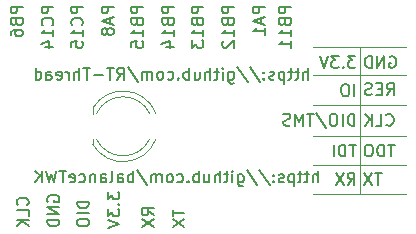
<source format=gbr>
G04 #@! TF.GenerationSoftware,KiCad,Pcbnew,5.1.4-e60b266~84~ubuntu18.04.1*
G04 #@! TF.CreationDate,2019-11-09T22:19:46+08:00*
G04 #@! TF.ProjectId,dap-stm32f103,6461702d-7374-46d3-9332-663130332e6b,rev?*
G04 #@! TF.SameCoordinates,Original*
G04 #@! TF.FileFunction,Legend,Bot*
G04 #@! TF.FilePolarity,Positive*
%FSLAX46Y46*%
G04 Gerber Fmt 4.6, Leading zero omitted, Abs format (unit mm)*
G04 Created by KiCad (PCBNEW 5.1.4-e60b266~84~ubuntu18.04.1) date 2019-11-09 22:19:46*
%MOMM*%
%LPD*%
G04 APERTURE LIST*
%ADD10C,0.150000*%
%ADD11C,0.120000*%
G04 APERTURE END LIST*
D10*
X176016380Y-86748952D02*
X175016380Y-86748952D01*
X175016380Y-87129904D01*
X175064000Y-87225142D01*
X175111619Y-87272761D01*
X175206857Y-87320380D01*
X175349714Y-87320380D01*
X175444952Y-87272761D01*
X175492571Y-87225142D01*
X175540190Y-87129904D01*
X175540190Y-86748952D01*
X175492571Y-88082285D02*
X175540190Y-88225142D01*
X175587809Y-88272761D01*
X175683047Y-88320380D01*
X175825904Y-88320380D01*
X175921142Y-88272761D01*
X175968761Y-88225142D01*
X176016380Y-88129904D01*
X176016380Y-87748952D01*
X175016380Y-87748952D01*
X175016380Y-88082285D01*
X175064000Y-88177523D01*
X175111619Y-88225142D01*
X175206857Y-88272761D01*
X175302095Y-88272761D01*
X175397333Y-88225142D01*
X175444952Y-88177523D01*
X175492571Y-88082285D01*
X175492571Y-87748952D01*
X176016380Y-89272761D02*
X176016380Y-88701333D01*
X176016380Y-88987047D02*
X175016380Y-88987047D01*
X175159238Y-88891809D01*
X175254476Y-88796571D01*
X175302095Y-88701333D01*
X176016380Y-90225142D02*
X176016380Y-89653714D01*
X176016380Y-89939428D02*
X175016380Y-89939428D01*
X175159238Y-89844190D01*
X175254476Y-89748952D01*
X175302095Y-89653714D01*
X173816380Y-86748952D02*
X172816380Y-86748952D01*
X172816380Y-87129904D01*
X172864000Y-87225142D01*
X172911619Y-87272761D01*
X173006857Y-87320380D01*
X173149714Y-87320380D01*
X173244952Y-87272761D01*
X173292571Y-87225142D01*
X173340190Y-87129904D01*
X173340190Y-86748952D01*
X173530666Y-87701333D02*
X173530666Y-88177523D01*
X173816380Y-87606095D02*
X172816380Y-87939428D01*
X173816380Y-88272761D01*
X173816380Y-89129904D02*
X173816380Y-88558476D01*
X173816380Y-88844190D02*
X172816380Y-88844190D01*
X172959238Y-88748952D01*
X173054476Y-88653714D01*
X173102095Y-88558476D01*
X171216380Y-86748952D02*
X170216380Y-86748952D01*
X170216380Y-87129904D01*
X170264000Y-87225142D01*
X170311619Y-87272761D01*
X170406857Y-87320380D01*
X170549714Y-87320380D01*
X170644952Y-87272761D01*
X170692571Y-87225142D01*
X170740190Y-87129904D01*
X170740190Y-86748952D01*
X170692571Y-88082285D02*
X170740190Y-88225142D01*
X170787809Y-88272761D01*
X170883047Y-88320380D01*
X171025904Y-88320380D01*
X171121142Y-88272761D01*
X171168761Y-88225142D01*
X171216380Y-88129904D01*
X171216380Y-87748952D01*
X170216380Y-87748952D01*
X170216380Y-88082285D01*
X170264000Y-88177523D01*
X170311619Y-88225142D01*
X170406857Y-88272761D01*
X170502095Y-88272761D01*
X170597333Y-88225142D01*
X170644952Y-88177523D01*
X170692571Y-88082285D01*
X170692571Y-87748952D01*
X171216380Y-89272761D02*
X171216380Y-88701333D01*
X171216380Y-88987047D02*
X170216380Y-88987047D01*
X170359238Y-88891809D01*
X170454476Y-88796571D01*
X170502095Y-88701333D01*
X170311619Y-89653714D02*
X170264000Y-89701333D01*
X170216380Y-89796571D01*
X170216380Y-90034666D01*
X170264000Y-90129904D01*
X170311619Y-90177523D01*
X170406857Y-90225142D01*
X170502095Y-90225142D01*
X170644952Y-90177523D01*
X171216380Y-89606095D01*
X171216380Y-90225142D01*
X168616380Y-86748952D02*
X167616380Y-86748952D01*
X167616380Y-87129904D01*
X167664000Y-87225142D01*
X167711619Y-87272761D01*
X167806857Y-87320380D01*
X167949714Y-87320380D01*
X168044952Y-87272761D01*
X168092571Y-87225142D01*
X168140190Y-87129904D01*
X168140190Y-86748952D01*
X168092571Y-88082285D02*
X168140190Y-88225142D01*
X168187809Y-88272761D01*
X168283047Y-88320380D01*
X168425904Y-88320380D01*
X168521142Y-88272761D01*
X168568761Y-88225142D01*
X168616380Y-88129904D01*
X168616380Y-87748952D01*
X167616380Y-87748952D01*
X167616380Y-88082285D01*
X167664000Y-88177523D01*
X167711619Y-88225142D01*
X167806857Y-88272761D01*
X167902095Y-88272761D01*
X167997333Y-88225142D01*
X168044952Y-88177523D01*
X168092571Y-88082285D01*
X168092571Y-87748952D01*
X168616380Y-89272761D02*
X168616380Y-88701333D01*
X168616380Y-88987047D02*
X167616380Y-88987047D01*
X167759238Y-88891809D01*
X167854476Y-88796571D01*
X167902095Y-88701333D01*
X167616380Y-89606095D02*
X167616380Y-90225142D01*
X167997333Y-89891809D01*
X167997333Y-90034666D01*
X168044952Y-90129904D01*
X168092571Y-90177523D01*
X168187809Y-90225142D01*
X168425904Y-90225142D01*
X168521142Y-90177523D01*
X168568761Y-90129904D01*
X168616380Y-90034666D01*
X168616380Y-89748952D01*
X168568761Y-89653714D01*
X168521142Y-89606095D01*
X166116380Y-86748952D02*
X165116380Y-86748952D01*
X165116380Y-87129904D01*
X165164000Y-87225142D01*
X165211619Y-87272761D01*
X165306857Y-87320380D01*
X165449714Y-87320380D01*
X165544952Y-87272761D01*
X165592571Y-87225142D01*
X165640190Y-87129904D01*
X165640190Y-86748952D01*
X165592571Y-88082285D02*
X165640190Y-88225142D01*
X165687809Y-88272761D01*
X165783047Y-88320380D01*
X165925904Y-88320380D01*
X166021142Y-88272761D01*
X166068761Y-88225142D01*
X166116380Y-88129904D01*
X166116380Y-87748952D01*
X165116380Y-87748952D01*
X165116380Y-88082285D01*
X165164000Y-88177523D01*
X165211619Y-88225142D01*
X165306857Y-88272761D01*
X165402095Y-88272761D01*
X165497333Y-88225142D01*
X165544952Y-88177523D01*
X165592571Y-88082285D01*
X165592571Y-87748952D01*
X166116380Y-89272761D02*
X166116380Y-88701333D01*
X166116380Y-88987047D02*
X165116380Y-88987047D01*
X165259238Y-88891809D01*
X165354476Y-88796571D01*
X165402095Y-88701333D01*
X165449714Y-90129904D02*
X166116380Y-90129904D01*
X165068761Y-89891809D02*
X165783047Y-89653714D01*
X165783047Y-90272761D01*
X163516380Y-86748952D02*
X162516380Y-86748952D01*
X162516380Y-87129904D01*
X162564000Y-87225142D01*
X162611619Y-87272761D01*
X162706857Y-87320380D01*
X162849714Y-87320380D01*
X162944952Y-87272761D01*
X162992571Y-87225142D01*
X163040190Y-87129904D01*
X163040190Y-86748952D01*
X162992571Y-88082285D02*
X163040190Y-88225142D01*
X163087809Y-88272761D01*
X163183047Y-88320380D01*
X163325904Y-88320380D01*
X163421142Y-88272761D01*
X163468761Y-88225142D01*
X163516380Y-88129904D01*
X163516380Y-87748952D01*
X162516380Y-87748952D01*
X162516380Y-88082285D01*
X162564000Y-88177523D01*
X162611619Y-88225142D01*
X162706857Y-88272761D01*
X162802095Y-88272761D01*
X162897333Y-88225142D01*
X162944952Y-88177523D01*
X162992571Y-88082285D01*
X162992571Y-87748952D01*
X163516380Y-89272761D02*
X163516380Y-88701333D01*
X163516380Y-88987047D02*
X162516380Y-88987047D01*
X162659238Y-88891809D01*
X162754476Y-88796571D01*
X162802095Y-88701333D01*
X162516380Y-90177523D02*
X162516380Y-89701333D01*
X162992571Y-89653714D01*
X162944952Y-89701333D01*
X162897333Y-89796571D01*
X162897333Y-90034666D01*
X162944952Y-90129904D01*
X162992571Y-90177523D01*
X163087809Y-90225142D01*
X163325904Y-90225142D01*
X163421142Y-90177523D01*
X163468761Y-90129904D01*
X163516380Y-90034666D01*
X163516380Y-89796571D01*
X163468761Y-89701333D01*
X163421142Y-89653714D01*
X161016380Y-86748952D02*
X160016380Y-86748952D01*
X160016380Y-87129904D01*
X160064000Y-87225142D01*
X160111619Y-87272761D01*
X160206857Y-87320380D01*
X160349714Y-87320380D01*
X160444952Y-87272761D01*
X160492571Y-87225142D01*
X160540190Y-87129904D01*
X160540190Y-86748952D01*
X160730666Y-87701333D02*
X160730666Y-88177523D01*
X161016380Y-87606095D02*
X160016380Y-87939428D01*
X161016380Y-88272761D01*
X160444952Y-88748952D02*
X160397333Y-88653714D01*
X160349714Y-88606095D01*
X160254476Y-88558476D01*
X160206857Y-88558476D01*
X160111619Y-88606095D01*
X160064000Y-88653714D01*
X160016380Y-88748952D01*
X160016380Y-88939428D01*
X160064000Y-89034666D01*
X160111619Y-89082285D01*
X160206857Y-89129904D01*
X160254476Y-89129904D01*
X160349714Y-89082285D01*
X160397333Y-89034666D01*
X160444952Y-88939428D01*
X160444952Y-88748952D01*
X160492571Y-88653714D01*
X160540190Y-88606095D01*
X160635428Y-88558476D01*
X160825904Y-88558476D01*
X160921142Y-88606095D01*
X160968761Y-88653714D01*
X161016380Y-88748952D01*
X161016380Y-88939428D01*
X160968761Y-89034666D01*
X160921142Y-89082285D01*
X160825904Y-89129904D01*
X160635428Y-89129904D01*
X160540190Y-89082285D01*
X160492571Y-89034666D01*
X160444952Y-88939428D01*
X158416380Y-86748952D02*
X157416380Y-86748952D01*
X157416380Y-87129904D01*
X157464000Y-87225142D01*
X157511619Y-87272761D01*
X157606857Y-87320380D01*
X157749714Y-87320380D01*
X157844952Y-87272761D01*
X157892571Y-87225142D01*
X157940190Y-87129904D01*
X157940190Y-86748952D01*
X158321142Y-88320380D02*
X158368761Y-88272761D01*
X158416380Y-88129904D01*
X158416380Y-88034666D01*
X158368761Y-87891809D01*
X158273523Y-87796571D01*
X158178285Y-87748952D01*
X157987809Y-87701333D01*
X157844952Y-87701333D01*
X157654476Y-87748952D01*
X157559238Y-87796571D01*
X157464000Y-87891809D01*
X157416380Y-88034666D01*
X157416380Y-88129904D01*
X157464000Y-88272761D01*
X157511619Y-88320380D01*
X158416380Y-89272761D02*
X158416380Y-88701333D01*
X158416380Y-88987047D02*
X157416380Y-88987047D01*
X157559238Y-88891809D01*
X157654476Y-88796571D01*
X157702095Y-88701333D01*
X157416380Y-90177523D02*
X157416380Y-89701333D01*
X157892571Y-89653714D01*
X157844952Y-89701333D01*
X157797333Y-89796571D01*
X157797333Y-90034666D01*
X157844952Y-90129904D01*
X157892571Y-90177523D01*
X157987809Y-90225142D01*
X158225904Y-90225142D01*
X158321142Y-90177523D01*
X158368761Y-90129904D01*
X158416380Y-90034666D01*
X158416380Y-89796571D01*
X158368761Y-89701333D01*
X158321142Y-89653714D01*
X155916380Y-86748952D02*
X154916380Y-86748952D01*
X154916380Y-87129904D01*
X154964000Y-87225142D01*
X155011619Y-87272761D01*
X155106857Y-87320380D01*
X155249714Y-87320380D01*
X155344952Y-87272761D01*
X155392571Y-87225142D01*
X155440190Y-87129904D01*
X155440190Y-86748952D01*
X155821142Y-88320380D02*
X155868761Y-88272761D01*
X155916380Y-88129904D01*
X155916380Y-88034666D01*
X155868761Y-87891809D01*
X155773523Y-87796571D01*
X155678285Y-87748952D01*
X155487809Y-87701333D01*
X155344952Y-87701333D01*
X155154476Y-87748952D01*
X155059238Y-87796571D01*
X154964000Y-87891809D01*
X154916380Y-88034666D01*
X154916380Y-88129904D01*
X154964000Y-88272761D01*
X155011619Y-88320380D01*
X155916380Y-89272761D02*
X155916380Y-88701333D01*
X155916380Y-88987047D02*
X154916380Y-88987047D01*
X155059238Y-88891809D01*
X155154476Y-88796571D01*
X155202095Y-88701333D01*
X155249714Y-90129904D02*
X155916380Y-90129904D01*
X154868761Y-89891809D02*
X155583047Y-89653714D01*
X155583047Y-90272761D01*
X153316380Y-86748952D02*
X152316380Y-86748952D01*
X152316380Y-87129905D01*
X152364000Y-87225143D01*
X152411619Y-87272762D01*
X152506857Y-87320381D01*
X152649714Y-87320381D01*
X152744952Y-87272762D01*
X152792571Y-87225143D01*
X152840190Y-87129905D01*
X152840190Y-86748952D01*
X152792571Y-88082286D02*
X152840190Y-88225143D01*
X152887809Y-88272762D01*
X152983047Y-88320381D01*
X153125904Y-88320381D01*
X153221142Y-88272762D01*
X153268761Y-88225143D01*
X153316380Y-88129905D01*
X153316380Y-87748952D01*
X152316380Y-87748952D01*
X152316380Y-88082286D01*
X152364000Y-88177524D01*
X152411619Y-88225143D01*
X152506857Y-88272762D01*
X152602095Y-88272762D01*
X152697333Y-88225143D01*
X152744952Y-88177524D01*
X152792571Y-88082286D01*
X152792571Y-87748952D01*
X152316380Y-89177524D02*
X152316380Y-88987048D01*
X152364000Y-88891809D01*
X152411619Y-88844190D01*
X152554476Y-88748952D01*
X152744952Y-88701333D01*
X153125904Y-88701333D01*
X153221142Y-88748952D01*
X153268761Y-88796571D01*
X153316380Y-88891809D01*
X153316380Y-89082286D01*
X153268761Y-89177524D01*
X153221142Y-89225143D01*
X153125904Y-89272762D01*
X152887809Y-89272762D01*
X152792571Y-89225143D01*
X152744952Y-89177524D01*
X152697333Y-89082286D01*
X152697333Y-88891809D01*
X152744952Y-88796571D01*
X152792571Y-88748952D01*
X152887809Y-88701333D01*
X153721142Y-103544189D02*
X153768761Y-103496570D01*
X153816380Y-103353713D01*
X153816380Y-103258475D01*
X153768761Y-103115618D01*
X153673523Y-103020380D01*
X153578285Y-102972761D01*
X153387809Y-102925142D01*
X153244952Y-102925142D01*
X153054476Y-102972761D01*
X152959238Y-103020380D01*
X152864000Y-103115618D01*
X152816380Y-103258475D01*
X152816380Y-103353713D01*
X152864000Y-103496570D01*
X152911619Y-103544189D01*
X153816380Y-104448951D02*
X153816380Y-103972761D01*
X152816380Y-103972761D01*
X153816380Y-104782285D02*
X152816380Y-104782285D01*
X153816380Y-105353713D02*
X153244952Y-104925142D01*
X152816380Y-105353713D02*
X153387809Y-104782285D01*
X155464000Y-103258476D02*
X155416380Y-103163238D01*
X155416380Y-103020381D01*
X155464000Y-102877523D01*
X155559238Y-102782285D01*
X155654476Y-102734666D01*
X155844952Y-102687047D01*
X155987809Y-102687047D01*
X156178285Y-102734666D01*
X156273523Y-102782285D01*
X156368761Y-102877523D01*
X156416380Y-103020381D01*
X156416380Y-103115619D01*
X156368761Y-103258476D01*
X156321142Y-103306095D01*
X155987809Y-103306095D01*
X155987809Y-103115619D01*
X156416380Y-103734666D02*
X155416380Y-103734666D01*
X156416380Y-104306095D01*
X155416380Y-104306095D01*
X156416380Y-104782285D02*
X155416380Y-104782285D01*
X155416380Y-105020381D01*
X155464000Y-105163238D01*
X155559238Y-105258476D01*
X155654476Y-105306095D01*
X155844952Y-105353714D01*
X155987809Y-105353714D01*
X156178285Y-105306095D01*
X156273523Y-105258476D01*
X156368761Y-105163238D01*
X156416380Y-105020381D01*
X156416380Y-104782285D01*
X158916380Y-103258475D02*
X157916380Y-103258475D01*
X157916380Y-103496570D01*
X157964000Y-103639427D01*
X158059238Y-103734665D01*
X158154476Y-103782285D01*
X158344952Y-103829904D01*
X158487809Y-103829904D01*
X158678285Y-103782285D01*
X158773523Y-103734665D01*
X158868761Y-103639427D01*
X158916380Y-103496570D01*
X158916380Y-103258475D01*
X158916380Y-104258475D02*
X157916380Y-104258475D01*
X157916380Y-104925142D02*
X157916380Y-105115618D01*
X157964000Y-105210856D01*
X158059238Y-105306094D01*
X158249714Y-105353713D01*
X158583047Y-105353713D01*
X158773523Y-105306094D01*
X158868761Y-105210856D01*
X158916380Y-105115618D01*
X158916380Y-104925142D01*
X158868761Y-104829904D01*
X158773523Y-104734665D01*
X158583047Y-104687046D01*
X158249714Y-104687046D01*
X158059238Y-104734665D01*
X157964000Y-104829904D01*
X157916380Y-104925142D01*
X160516380Y-102448952D02*
X160516380Y-103068000D01*
X160897333Y-102734666D01*
X160897333Y-102877523D01*
X160944952Y-102972762D01*
X160992571Y-103020381D01*
X161087809Y-103068000D01*
X161325904Y-103068000D01*
X161421142Y-103020381D01*
X161468761Y-102972762D01*
X161516380Y-102877523D01*
X161516380Y-102591809D01*
X161468761Y-102496571D01*
X161421142Y-102448952D01*
X161421142Y-103496571D02*
X161468761Y-103544190D01*
X161516380Y-103496571D01*
X161468761Y-103448952D01*
X161421142Y-103496571D01*
X161516380Y-103496571D01*
X160516380Y-103877523D02*
X160516380Y-104496571D01*
X160897333Y-104163238D01*
X160897333Y-104306095D01*
X160944952Y-104401333D01*
X160992571Y-104448952D01*
X161087809Y-104496571D01*
X161325904Y-104496571D01*
X161421142Y-104448952D01*
X161468761Y-104401333D01*
X161516380Y-104306095D01*
X161516380Y-104020381D01*
X161468761Y-103925143D01*
X161421142Y-103877523D01*
X160516380Y-104782285D02*
X161516380Y-105115619D01*
X160516380Y-105448952D01*
X164416380Y-104401333D02*
X163940190Y-104068000D01*
X164416380Y-103829904D02*
X163416380Y-103829904D01*
X163416380Y-104210857D01*
X163464000Y-104306095D01*
X163511619Y-104353714D01*
X163606857Y-104401333D01*
X163749714Y-104401333D01*
X163844952Y-104353714D01*
X163892571Y-104306095D01*
X163940190Y-104210857D01*
X163940190Y-103829904D01*
X163416380Y-104734666D02*
X164416380Y-105401333D01*
X163416380Y-105401333D02*
X164416380Y-104734666D01*
X166016380Y-103925142D02*
X166016380Y-104496570D01*
X167016380Y-104210856D02*
X166016380Y-104210856D01*
X166016380Y-104734666D02*
X167016380Y-105401332D01*
X166016380Y-105401332D02*
X167016380Y-104734666D01*
X180830666Y-101820380D02*
X181164000Y-101344190D01*
X181402095Y-101820380D02*
X181402095Y-100820380D01*
X181021142Y-100820380D01*
X180925904Y-100868000D01*
X180878285Y-100915619D01*
X180830666Y-101010857D01*
X180830666Y-101153714D01*
X180878285Y-101248952D01*
X180925904Y-101296571D01*
X181021142Y-101344190D01*
X181402095Y-101344190D01*
X180497333Y-100820380D02*
X179830666Y-101820380D01*
X179830666Y-100820380D02*
X180497333Y-101820380D01*
X183725904Y-100820380D02*
X183154476Y-100820380D01*
X183440190Y-101820380D02*
X183440190Y-100820380D01*
X182916380Y-100820380D02*
X182249714Y-101820380D01*
X182249714Y-100820380D02*
X182916380Y-101820380D01*
X181544952Y-98420380D02*
X180973523Y-98420380D01*
X181259238Y-99420380D02*
X181259238Y-98420380D01*
X180640190Y-99420380D02*
X180640190Y-98420380D01*
X180402095Y-98420380D01*
X180259238Y-98468000D01*
X180164000Y-98563238D01*
X180116381Y-98658476D01*
X180068762Y-98848952D01*
X180068762Y-98991809D01*
X180116381Y-99182285D01*
X180164000Y-99277523D01*
X180259238Y-99372761D01*
X180402095Y-99420380D01*
X180640190Y-99420380D01*
X179640190Y-99420380D02*
X179640190Y-98420380D01*
X184821142Y-98420380D02*
X184249714Y-98420380D01*
X184535428Y-99420380D02*
X184535428Y-98420380D01*
X183916380Y-99420380D02*
X183916380Y-98420380D01*
X183678285Y-98420380D01*
X183535428Y-98468000D01*
X183440190Y-98563238D01*
X183392571Y-98658476D01*
X183344952Y-98848952D01*
X183344952Y-98991809D01*
X183392571Y-99182285D01*
X183440190Y-99277523D01*
X183535428Y-99372761D01*
X183678285Y-99420380D01*
X183916380Y-99420380D01*
X182725904Y-98420380D02*
X182535428Y-98420380D01*
X182440190Y-98468000D01*
X182344952Y-98563238D01*
X182297333Y-98753714D01*
X182297333Y-99087047D01*
X182344952Y-99277523D01*
X182440190Y-99372761D01*
X182535428Y-99420380D01*
X182725904Y-99420380D01*
X182821142Y-99372761D01*
X182916380Y-99277523D01*
X182963999Y-99087047D01*
X182963999Y-98753714D01*
X182916380Y-98563238D01*
X182821142Y-98468000D01*
X182725904Y-98420380D01*
X184106857Y-96725142D02*
X184154476Y-96772761D01*
X184297333Y-96820380D01*
X184392571Y-96820380D01*
X184535428Y-96772761D01*
X184630666Y-96677523D01*
X184678285Y-96582285D01*
X184725904Y-96391809D01*
X184725904Y-96248952D01*
X184678285Y-96058476D01*
X184630666Y-95963238D01*
X184535428Y-95868000D01*
X184392571Y-95820380D01*
X184297333Y-95820380D01*
X184154476Y-95868000D01*
X184106857Y-95915619D01*
X183202095Y-96820380D02*
X183678285Y-96820380D01*
X183678285Y-95820380D01*
X182868761Y-96820380D02*
X182868761Y-95820380D01*
X182297333Y-96820380D02*
X182725904Y-96248952D01*
X182297333Y-95820380D02*
X182868761Y-96391809D01*
X181402095Y-96820380D02*
X181402095Y-95820380D01*
X181164000Y-95820380D01*
X181021143Y-95868000D01*
X180925905Y-95963238D01*
X180878285Y-96058476D01*
X180830666Y-96248952D01*
X180830666Y-96391809D01*
X180878285Y-96582285D01*
X180925905Y-96677523D01*
X181021143Y-96772761D01*
X181164000Y-96820380D01*
X181402095Y-96820380D01*
X180402095Y-96820380D02*
X180402095Y-95820380D01*
X179735428Y-95820380D02*
X179544952Y-95820380D01*
X179449714Y-95868000D01*
X179354476Y-95963238D01*
X179306857Y-96153714D01*
X179306857Y-96487047D01*
X179354476Y-96677523D01*
X179449714Y-96772761D01*
X179544952Y-96820380D01*
X179735428Y-96820380D01*
X179830666Y-96772761D01*
X179925905Y-96677523D01*
X179973524Y-96487047D01*
X179973524Y-96153714D01*
X179925905Y-95963238D01*
X179830666Y-95868000D01*
X179735428Y-95820380D01*
X178164000Y-95772761D02*
X179021143Y-97058476D01*
X177973524Y-95820380D02*
X177402095Y-95820380D01*
X177687809Y-96820380D02*
X177687809Y-95820380D01*
X177068762Y-96820380D02*
X177068762Y-95820380D01*
X176735428Y-96534666D01*
X176402095Y-95820380D01*
X176402095Y-96820380D01*
X175973524Y-96772761D02*
X175830666Y-96820380D01*
X175592571Y-96820380D01*
X175497333Y-96772761D01*
X175449714Y-96725142D01*
X175402095Y-96629904D01*
X175402095Y-96534666D01*
X175449714Y-96439428D01*
X175497333Y-96391809D01*
X175592571Y-96344190D01*
X175783047Y-96296571D01*
X175878285Y-96248952D01*
X175925905Y-96201333D01*
X175973524Y-96106095D01*
X175973524Y-96010857D01*
X175925905Y-95915619D01*
X175878285Y-95868000D01*
X175783047Y-95820380D01*
X175544952Y-95820380D01*
X175402095Y-95868000D01*
X184154475Y-94220380D02*
X184487808Y-93744190D01*
X184725904Y-94220380D02*
X184725904Y-93220380D01*
X184344951Y-93220380D01*
X184249713Y-93268000D01*
X184202094Y-93315619D01*
X184154475Y-93410857D01*
X184154475Y-93553714D01*
X184202094Y-93648952D01*
X184249713Y-93696571D01*
X184344951Y-93744190D01*
X184725904Y-93744190D01*
X183725904Y-93696571D02*
X183392570Y-93696571D01*
X183249713Y-94220380D02*
X183725904Y-94220380D01*
X183725904Y-93220380D01*
X183249713Y-93220380D01*
X182868761Y-94172761D02*
X182725904Y-94220380D01*
X182487808Y-94220380D01*
X182392570Y-94172761D01*
X182344951Y-94125142D01*
X182297332Y-94029904D01*
X182297332Y-93934666D01*
X182344951Y-93839428D01*
X182392570Y-93791809D01*
X182487808Y-93744190D01*
X182678285Y-93696571D01*
X182773523Y-93648952D01*
X182821142Y-93601333D01*
X182868761Y-93506095D01*
X182868761Y-93410857D01*
X182821142Y-93315619D01*
X182773523Y-93268000D01*
X182678285Y-93220380D01*
X182440189Y-93220380D01*
X182297332Y-93268000D01*
X181402095Y-94320380D02*
X181402095Y-93320380D01*
X180735428Y-93320380D02*
X180544952Y-93320380D01*
X180449714Y-93368000D01*
X180354476Y-93463238D01*
X180306857Y-93653714D01*
X180306857Y-93987047D01*
X180354476Y-94177523D01*
X180449714Y-94272761D01*
X180544952Y-94320380D01*
X180735428Y-94320380D01*
X180830666Y-94272761D01*
X180925905Y-94177523D01*
X180973524Y-93987047D01*
X180973524Y-93653714D01*
X180925905Y-93463238D01*
X180830666Y-93368000D01*
X180735428Y-93320380D01*
D11*
X177864000Y-90168000D02*
X185764000Y-90168000D01*
X177864000Y-102568000D02*
X185764000Y-102568000D01*
X177864000Y-100168000D02*
X185764000Y-100168000D01*
X177864000Y-97668000D02*
X185764000Y-97668000D01*
X177864000Y-95068000D02*
X185764000Y-95068000D01*
X177864000Y-92568000D02*
X185764000Y-92568000D01*
X181864000Y-90168000D02*
X181864000Y-102568000D01*
D10*
X184392570Y-90968000D02*
X184487808Y-90920380D01*
X184630666Y-90920380D01*
X184773523Y-90968000D01*
X184868761Y-91063238D01*
X184916380Y-91158476D01*
X184963999Y-91348952D01*
X184963999Y-91491809D01*
X184916380Y-91682285D01*
X184868761Y-91777523D01*
X184773523Y-91872761D01*
X184630666Y-91920380D01*
X184535427Y-91920380D01*
X184392570Y-91872761D01*
X184344951Y-91825142D01*
X184344951Y-91491809D01*
X184535427Y-91491809D01*
X183916380Y-91920380D02*
X183916380Y-90920380D01*
X183344951Y-91920380D01*
X183344951Y-90920380D01*
X182868761Y-91920380D02*
X182868761Y-90920380D01*
X182630666Y-90920380D01*
X182487808Y-90968000D01*
X182392570Y-91063238D01*
X182344951Y-91158476D01*
X182297332Y-91348952D01*
X182297332Y-91491809D01*
X182344951Y-91682285D01*
X182392570Y-91777523D01*
X182487808Y-91872761D01*
X182630666Y-91920380D01*
X182868761Y-91920380D01*
X181497333Y-90920380D02*
X180878285Y-90920380D01*
X181211619Y-91301333D01*
X181068762Y-91301333D01*
X180973523Y-91348952D01*
X180925904Y-91396571D01*
X180878285Y-91491809D01*
X180878285Y-91729904D01*
X180925904Y-91825142D01*
X180973523Y-91872761D01*
X181068762Y-91920380D01*
X181354476Y-91920380D01*
X181449714Y-91872761D01*
X181497333Y-91825142D01*
X180449714Y-91825142D02*
X180402095Y-91872761D01*
X180449714Y-91920380D01*
X180497333Y-91872761D01*
X180449714Y-91825142D01*
X180449714Y-91920380D01*
X180068762Y-90920380D02*
X179449714Y-90920380D01*
X179783047Y-91301333D01*
X179640190Y-91301333D01*
X179544952Y-91348952D01*
X179497333Y-91396571D01*
X179449714Y-91491809D01*
X179449714Y-91729904D01*
X179497333Y-91825142D01*
X179544952Y-91872761D01*
X179640190Y-91920380D01*
X179925904Y-91920380D01*
X180021143Y-91872761D01*
X180068762Y-91825142D01*
X179164000Y-90920380D02*
X178830666Y-91920380D01*
X178497333Y-90920380D01*
X177506857Y-92920380D02*
X177506857Y-91920380D01*
X177078285Y-92920380D02*
X177078285Y-92396571D01*
X177125904Y-92301333D01*
X177221142Y-92253714D01*
X177363999Y-92253714D01*
X177459238Y-92301333D01*
X177506857Y-92348952D01*
X176744952Y-92253714D02*
X176363999Y-92253714D01*
X176602095Y-91920380D02*
X176602095Y-92777523D01*
X176554476Y-92872761D01*
X176459238Y-92920380D01*
X176363999Y-92920380D01*
X176173523Y-92253714D02*
X175792571Y-92253714D01*
X176030666Y-91920380D02*
X176030666Y-92777523D01*
X175983047Y-92872761D01*
X175887809Y-92920380D01*
X175792571Y-92920380D01*
X175459238Y-92253714D02*
X175459238Y-93253714D01*
X175459238Y-92301333D02*
X175363999Y-92253714D01*
X175173523Y-92253714D01*
X175078285Y-92301333D01*
X175030666Y-92348952D01*
X174983047Y-92444190D01*
X174983047Y-92729904D01*
X175030666Y-92825142D01*
X175078285Y-92872761D01*
X175173523Y-92920380D01*
X175363999Y-92920380D01*
X175459238Y-92872761D01*
X174602095Y-92872761D02*
X174506857Y-92920380D01*
X174316380Y-92920380D01*
X174221142Y-92872761D01*
X174173523Y-92777523D01*
X174173523Y-92729904D01*
X174221142Y-92634666D01*
X174316380Y-92587047D01*
X174459238Y-92587047D01*
X174554476Y-92539428D01*
X174602095Y-92444190D01*
X174602095Y-92396571D01*
X174554476Y-92301333D01*
X174459238Y-92253714D01*
X174316380Y-92253714D01*
X174221142Y-92301333D01*
X173744952Y-92825142D02*
X173697333Y-92872761D01*
X173744952Y-92920380D01*
X173792571Y-92872761D01*
X173744952Y-92825142D01*
X173744952Y-92920380D01*
X173744952Y-92301333D02*
X173697333Y-92348952D01*
X173744952Y-92396571D01*
X173792571Y-92348952D01*
X173744952Y-92301333D01*
X173744952Y-92396571D01*
X172554476Y-91872761D02*
X173411618Y-93158476D01*
X171506857Y-91872761D02*
X172363999Y-93158476D01*
X170744952Y-92253714D02*
X170744952Y-93063238D01*
X170792571Y-93158476D01*
X170840190Y-93206095D01*
X170935428Y-93253714D01*
X171078285Y-93253714D01*
X171173523Y-93206095D01*
X170744952Y-92872761D02*
X170840190Y-92920380D01*
X171030666Y-92920380D01*
X171125904Y-92872761D01*
X171173523Y-92825142D01*
X171221142Y-92729904D01*
X171221142Y-92444190D01*
X171173523Y-92348952D01*
X171125904Y-92301333D01*
X171030666Y-92253714D01*
X170840190Y-92253714D01*
X170744952Y-92301333D01*
X170268761Y-92920380D02*
X170268761Y-92253714D01*
X170268761Y-91920380D02*
X170316380Y-91968000D01*
X170268761Y-92015619D01*
X170221142Y-91968000D01*
X170268761Y-91920380D01*
X170268761Y-92015619D01*
X169935428Y-92253714D02*
X169554476Y-92253714D01*
X169792571Y-91920380D02*
X169792571Y-92777523D01*
X169744952Y-92872761D01*
X169649714Y-92920380D01*
X169554476Y-92920380D01*
X169221142Y-92920380D02*
X169221142Y-91920380D01*
X168792571Y-92920380D02*
X168792571Y-92396571D01*
X168840190Y-92301333D01*
X168935428Y-92253714D01*
X169078285Y-92253714D01*
X169173523Y-92301333D01*
X169221142Y-92348952D01*
X167887809Y-92253714D02*
X167887809Y-92920380D01*
X168316380Y-92253714D02*
X168316380Y-92777523D01*
X168268761Y-92872761D01*
X168173523Y-92920380D01*
X168030666Y-92920380D01*
X167935428Y-92872761D01*
X167887809Y-92825142D01*
X167411618Y-92920380D02*
X167411618Y-91920380D01*
X167411618Y-92301333D02*
X167316380Y-92253714D01*
X167125904Y-92253714D01*
X167030666Y-92301333D01*
X166983047Y-92348952D01*
X166935428Y-92444190D01*
X166935428Y-92729904D01*
X166983047Y-92825142D01*
X167030666Y-92872761D01*
X167125904Y-92920380D01*
X167316380Y-92920380D01*
X167411618Y-92872761D01*
X166506857Y-92825142D02*
X166459238Y-92872761D01*
X166506857Y-92920380D01*
X166554476Y-92872761D01*
X166506857Y-92825142D01*
X166506857Y-92920380D01*
X165602095Y-92872761D02*
X165697333Y-92920380D01*
X165887809Y-92920380D01*
X165983047Y-92872761D01*
X166030666Y-92825142D01*
X166078285Y-92729904D01*
X166078285Y-92444190D01*
X166030666Y-92348952D01*
X165983047Y-92301333D01*
X165887809Y-92253714D01*
X165697333Y-92253714D01*
X165602095Y-92301333D01*
X165030666Y-92920380D02*
X165125904Y-92872761D01*
X165173523Y-92825142D01*
X165221142Y-92729904D01*
X165221142Y-92444190D01*
X165173523Y-92348952D01*
X165125904Y-92301333D01*
X165030666Y-92253714D01*
X164887809Y-92253714D01*
X164792571Y-92301333D01*
X164744952Y-92348952D01*
X164697333Y-92444190D01*
X164697333Y-92729904D01*
X164744952Y-92825142D01*
X164792571Y-92872761D01*
X164887809Y-92920380D01*
X165030666Y-92920380D01*
X164268761Y-92920380D02*
X164268761Y-92253714D01*
X164268761Y-92348952D02*
X164221142Y-92301333D01*
X164125904Y-92253714D01*
X163983047Y-92253714D01*
X163887809Y-92301333D01*
X163840190Y-92396571D01*
X163840190Y-92920380D01*
X163840190Y-92396571D02*
X163792571Y-92301333D01*
X163697333Y-92253714D01*
X163554476Y-92253714D01*
X163459238Y-92301333D01*
X163411618Y-92396571D01*
X163411618Y-92920380D01*
X162221142Y-91872761D02*
X163078285Y-93158476D01*
X161316380Y-92920380D02*
X161649714Y-92444190D01*
X161887809Y-92920380D02*
X161887809Y-91920380D01*
X161506857Y-91920380D01*
X161411618Y-91968000D01*
X161363999Y-92015619D01*
X161316380Y-92110857D01*
X161316380Y-92253714D01*
X161363999Y-92348952D01*
X161411618Y-92396571D01*
X161506857Y-92444190D01*
X161887809Y-92444190D01*
X161030666Y-91920380D02*
X160459238Y-91920380D01*
X160744952Y-92920380D02*
X160744952Y-91920380D01*
X160125904Y-92539428D02*
X159363999Y-92539428D01*
X159030666Y-91920380D02*
X158459238Y-91920380D01*
X158744952Y-92920380D02*
X158744952Y-91920380D01*
X158125904Y-92920380D02*
X158125904Y-91920380D01*
X157697333Y-92920380D02*
X157697333Y-92396571D01*
X157744952Y-92301333D01*
X157840190Y-92253714D01*
X157983047Y-92253714D01*
X158078285Y-92301333D01*
X158125904Y-92348952D01*
X157221142Y-92920380D02*
X157221142Y-92253714D01*
X157221142Y-92444190D02*
X157173523Y-92348952D01*
X157125904Y-92301333D01*
X157030666Y-92253714D01*
X156935428Y-92253714D01*
X156221142Y-92872761D02*
X156316380Y-92920380D01*
X156506857Y-92920380D01*
X156602095Y-92872761D01*
X156649714Y-92777523D01*
X156649714Y-92396571D01*
X156602095Y-92301333D01*
X156506857Y-92253714D01*
X156316380Y-92253714D01*
X156221142Y-92301333D01*
X156173523Y-92396571D01*
X156173523Y-92491809D01*
X156649714Y-92587047D01*
X155316380Y-92920380D02*
X155316380Y-92396571D01*
X155363999Y-92301333D01*
X155459238Y-92253714D01*
X155649714Y-92253714D01*
X155744952Y-92301333D01*
X155316380Y-92872761D02*
X155411618Y-92920380D01*
X155649714Y-92920380D01*
X155744952Y-92872761D01*
X155792571Y-92777523D01*
X155792571Y-92682285D01*
X155744952Y-92587047D01*
X155649714Y-92539428D01*
X155411618Y-92539428D01*
X155316380Y-92491809D01*
X154411618Y-92920380D02*
X154411618Y-91920380D01*
X154411618Y-92872761D02*
X154506857Y-92920380D01*
X154697333Y-92920380D01*
X154792571Y-92872761D01*
X154840190Y-92825142D01*
X154887809Y-92729904D01*
X154887809Y-92444190D01*
X154840190Y-92348952D01*
X154792571Y-92301333D01*
X154697333Y-92253714D01*
X154506857Y-92253714D01*
X154411618Y-92301333D01*
X178316380Y-101620380D02*
X178316380Y-100620380D01*
X177887809Y-101620380D02*
X177887809Y-101096571D01*
X177935428Y-101001333D01*
X178030666Y-100953714D01*
X178173523Y-100953714D01*
X178268761Y-101001333D01*
X178316380Y-101048952D01*
X177554476Y-100953714D02*
X177173523Y-100953714D01*
X177411619Y-100620380D02*
X177411619Y-101477523D01*
X177364000Y-101572761D01*
X177268761Y-101620380D01*
X177173523Y-101620380D01*
X176983047Y-100953714D02*
X176602095Y-100953714D01*
X176840190Y-100620380D02*
X176840190Y-101477523D01*
X176792571Y-101572761D01*
X176697333Y-101620380D01*
X176602095Y-101620380D01*
X176268761Y-100953714D02*
X176268761Y-101953714D01*
X176268761Y-101001333D02*
X176173523Y-100953714D01*
X175983047Y-100953714D01*
X175887809Y-101001333D01*
X175840190Y-101048952D01*
X175792571Y-101144190D01*
X175792571Y-101429904D01*
X175840190Y-101525142D01*
X175887809Y-101572761D01*
X175983047Y-101620380D01*
X176173523Y-101620380D01*
X176268761Y-101572761D01*
X175411619Y-101572761D02*
X175316380Y-101620380D01*
X175125904Y-101620380D01*
X175030666Y-101572761D01*
X174983047Y-101477523D01*
X174983047Y-101429904D01*
X175030666Y-101334666D01*
X175125904Y-101287047D01*
X175268761Y-101287047D01*
X175364000Y-101239428D01*
X175411619Y-101144190D01*
X175411619Y-101096571D01*
X175364000Y-101001333D01*
X175268761Y-100953714D01*
X175125904Y-100953714D01*
X175030666Y-101001333D01*
X174554476Y-101525142D02*
X174506857Y-101572761D01*
X174554476Y-101620380D01*
X174602095Y-101572761D01*
X174554476Y-101525142D01*
X174554476Y-101620380D01*
X174554476Y-101001333D02*
X174506857Y-101048952D01*
X174554476Y-101096571D01*
X174602095Y-101048952D01*
X174554476Y-101001333D01*
X174554476Y-101096571D01*
X173364000Y-100572761D02*
X174221142Y-101858476D01*
X172316380Y-100572761D02*
X173173523Y-101858476D01*
X171554476Y-100953714D02*
X171554476Y-101763238D01*
X171602095Y-101858476D01*
X171649714Y-101906095D01*
X171744952Y-101953714D01*
X171887809Y-101953714D01*
X171983047Y-101906095D01*
X171554476Y-101572761D02*
X171649714Y-101620380D01*
X171840190Y-101620380D01*
X171935428Y-101572761D01*
X171983047Y-101525142D01*
X172030666Y-101429904D01*
X172030666Y-101144190D01*
X171983047Y-101048952D01*
X171935428Y-101001333D01*
X171840190Y-100953714D01*
X171649714Y-100953714D01*
X171554476Y-101001333D01*
X171078285Y-101620380D02*
X171078285Y-100953714D01*
X171078285Y-100620380D02*
X171125904Y-100668000D01*
X171078285Y-100715619D01*
X171030666Y-100668000D01*
X171078285Y-100620380D01*
X171078285Y-100715619D01*
X170744952Y-100953714D02*
X170364000Y-100953714D01*
X170602095Y-100620380D02*
X170602095Y-101477523D01*
X170554476Y-101572761D01*
X170459238Y-101620380D01*
X170364000Y-101620380D01*
X170030666Y-101620380D02*
X170030666Y-100620380D01*
X169602095Y-101620380D02*
X169602095Y-101096571D01*
X169649714Y-101001333D01*
X169744952Y-100953714D01*
X169887809Y-100953714D01*
X169983047Y-101001333D01*
X170030666Y-101048952D01*
X168697333Y-100953714D02*
X168697333Y-101620380D01*
X169125904Y-100953714D02*
X169125904Y-101477523D01*
X169078285Y-101572761D01*
X168983047Y-101620380D01*
X168840190Y-101620380D01*
X168744952Y-101572761D01*
X168697333Y-101525142D01*
X168221142Y-101620380D02*
X168221142Y-100620380D01*
X168221142Y-101001333D02*
X168125904Y-100953714D01*
X167935428Y-100953714D01*
X167840190Y-101001333D01*
X167792571Y-101048952D01*
X167744952Y-101144190D01*
X167744952Y-101429904D01*
X167792571Y-101525142D01*
X167840190Y-101572761D01*
X167935428Y-101620380D01*
X168125904Y-101620380D01*
X168221142Y-101572761D01*
X167316380Y-101525142D02*
X167268761Y-101572761D01*
X167316380Y-101620380D01*
X167364000Y-101572761D01*
X167316380Y-101525142D01*
X167316380Y-101620380D01*
X166411619Y-101572761D02*
X166506857Y-101620380D01*
X166697333Y-101620380D01*
X166792571Y-101572761D01*
X166840190Y-101525142D01*
X166887809Y-101429904D01*
X166887809Y-101144190D01*
X166840190Y-101048952D01*
X166792571Y-101001333D01*
X166697333Y-100953714D01*
X166506857Y-100953714D01*
X166411619Y-101001333D01*
X165840190Y-101620380D02*
X165935428Y-101572761D01*
X165983047Y-101525142D01*
X166030666Y-101429904D01*
X166030666Y-101144190D01*
X165983047Y-101048952D01*
X165935428Y-101001333D01*
X165840190Y-100953714D01*
X165697333Y-100953714D01*
X165602095Y-101001333D01*
X165554476Y-101048952D01*
X165506857Y-101144190D01*
X165506857Y-101429904D01*
X165554476Y-101525142D01*
X165602095Y-101572761D01*
X165697333Y-101620380D01*
X165840190Y-101620380D01*
X165078285Y-101620380D02*
X165078285Y-100953714D01*
X165078285Y-101048952D02*
X165030666Y-101001333D01*
X164935428Y-100953714D01*
X164792571Y-100953714D01*
X164697333Y-101001333D01*
X164649714Y-101096571D01*
X164649714Y-101620380D01*
X164649714Y-101096571D02*
X164602095Y-101001333D01*
X164506857Y-100953714D01*
X164364000Y-100953714D01*
X164268761Y-101001333D01*
X164221142Y-101096571D01*
X164221142Y-101620380D01*
X163030666Y-100572761D02*
X163887809Y-101858476D01*
X162697333Y-101620380D02*
X162697333Y-100620380D01*
X162697333Y-101001333D02*
X162602095Y-100953714D01*
X162411619Y-100953714D01*
X162316380Y-101001333D01*
X162268761Y-101048952D01*
X162221142Y-101144190D01*
X162221142Y-101429904D01*
X162268761Y-101525142D01*
X162316380Y-101572761D01*
X162411619Y-101620380D01*
X162602095Y-101620380D01*
X162697333Y-101572761D01*
X161364000Y-101620380D02*
X161364000Y-101096571D01*
X161411619Y-101001333D01*
X161506857Y-100953714D01*
X161697333Y-100953714D01*
X161792571Y-101001333D01*
X161364000Y-101572761D02*
X161459238Y-101620380D01*
X161697333Y-101620380D01*
X161792571Y-101572761D01*
X161840190Y-101477523D01*
X161840190Y-101382285D01*
X161792571Y-101287047D01*
X161697333Y-101239428D01*
X161459238Y-101239428D01*
X161364000Y-101191809D01*
X160744952Y-101620380D02*
X160840190Y-101572761D01*
X160887809Y-101477523D01*
X160887809Y-100620380D01*
X159935428Y-101620380D02*
X159935428Y-101096571D01*
X159983047Y-101001333D01*
X160078285Y-100953714D01*
X160268761Y-100953714D01*
X160364000Y-101001333D01*
X159935428Y-101572761D02*
X160030666Y-101620380D01*
X160268761Y-101620380D01*
X160364000Y-101572761D01*
X160411619Y-101477523D01*
X160411619Y-101382285D01*
X160364000Y-101287047D01*
X160268761Y-101239428D01*
X160030666Y-101239428D01*
X159935428Y-101191809D01*
X159459238Y-100953714D02*
X159459238Y-101620380D01*
X159459238Y-101048952D02*
X159411619Y-101001333D01*
X159316380Y-100953714D01*
X159173523Y-100953714D01*
X159078285Y-101001333D01*
X159030666Y-101096571D01*
X159030666Y-101620380D01*
X158125904Y-101572761D02*
X158221142Y-101620380D01*
X158411619Y-101620380D01*
X158506857Y-101572761D01*
X158554476Y-101525142D01*
X158602095Y-101429904D01*
X158602095Y-101144190D01*
X158554476Y-101048952D01*
X158506857Y-101001333D01*
X158411619Y-100953714D01*
X158221142Y-100953714D01*
X158125904Y-101001333D01*
X157316380Y-101572761D02*
X157411619Y-101620380D01*
X157602095Y-101620380D01*
X157697333Y-101572761D01*
X157744952Y-101477523D01*
X157744952Y-101096571D01*
X157697333Y-101001333D01*
X157602095Y-100953714D01*
X157411619Y-100953714D01*
X157316380Y-101001333D01*
X157268761Y-101096571D01*
X157268761Y-101191809D01*
X157744952Y-101287047D01*
X156983047Y-100620380D02*
X156411619Y-100620380D01*
X156697333Y-101620380D02*
X156697333Y-100620380D01*
X156173523Y-100620380D02*
X155935428Y-101620380D01*
X155744952Y-100906095D01*
X155554476Y-101620380D01*
X155316380Y-100620380D01*
X154935428Y-101620380D02*
X154935428Y-100620380D01*
X154364000Y-101620380D02*
X154792571Y-101048952D01*
X154364000Y-100620380D02*
X154935428Y-101191809D01*
D11*
X159259000Y-95798000D02*
X159259000Y-95333000D01*
X159259000Y-98423000D02*
X159259000Y-97958000D01*
X164073479Y-95797571D02*
G75*
G03X159564316Y-95798000I-2254479J-1080429D01*
G01*
X164073479Y-97958429D02*
G75*
G02X159564316Y-97958000I-2254479J1080429D01*
G01*
X164606815Y-95797173D02*
G75*
G03X159259000Y-95333170I-2787815J-1080827D01*
G01*
X164606815Y-97958827D02*
G75*
G02X159259000Y-98422830I-2787815J1080827D01*
G01*
M02*

</source>
